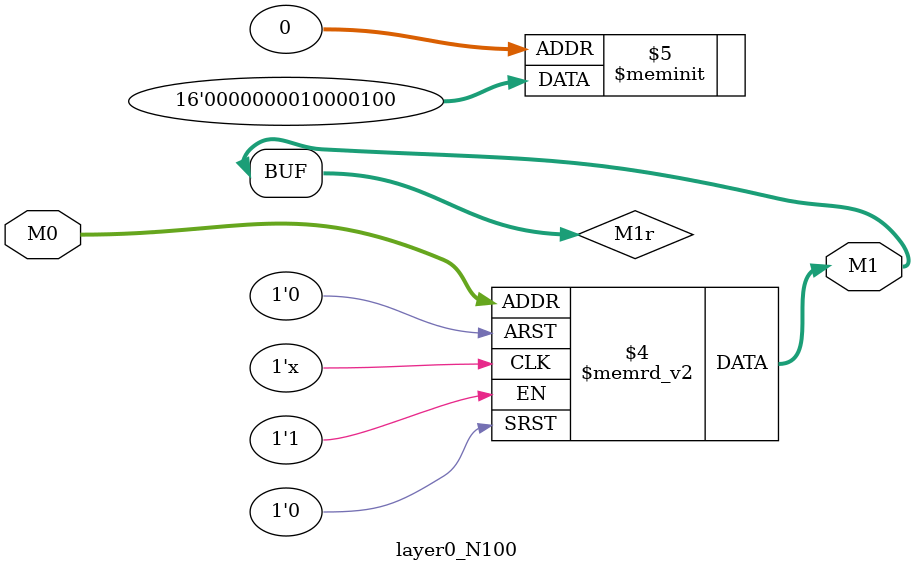
<source format=v>
module layer0_N100 ( input [2:0] M0, output [1:0] M1 );

	(*rom_style = "distributed" *) reg [1:0] M1r;
	assign M1 = M1r;
	always @ (M0) begin
		case (M0)
			3'b000: M1r = 2'b00;
			3'b100: M1r = 2'b00;
			3'b010: M1r = 2'b00;
			3'b110: M1r = 2'b00;
			3'b001: M1r = 2'b01;
			3'b101: M1r = 2'b00;
			3'b011: M1r = 2'b10;
			3'b111: M1r = 2'b00;

		endcase
	end
endmodule

</source>
